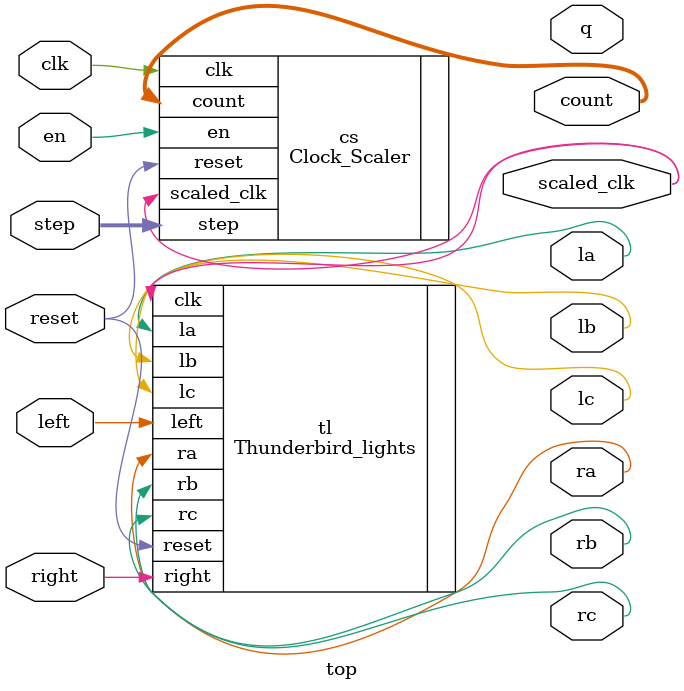
<source format=v>
`timescale 1ms / 1ms

parameter width = 26;
module top(
    input wire clk,
    input wire reset,
    input wire left,
    input wire right,
    output reg la,
    output reg lb,
    output reg lc,
    output reg ra,
    output reg rb,
    output reg rc,
    output reg [6:0] q,
    
    input wire en,
    input wire [3:0] step,
    output reg [width - 1:0] count,
    output reg scaled_clk
    
    );
    
    Clock_Scaler cs (
    .clk(clk),
    .reset(reset),
    .en(en),
    .step(step),
    .count(count),
    .scaled_clk(scaled_clk)
    );
    
    Thunderbird_lights tl (
    .clk(scaled_clk),
    .reset(reset),
    .left(left),
    .right(right),
    .la(la),
    .lb(lb),
    .lc(lc),
    .ra(ra),
    .rb(rb),
    .rc(rc)
    );
    
endmodule

</source>
